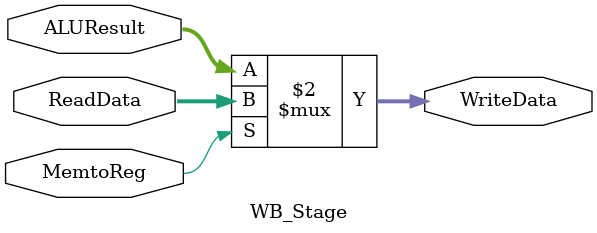
<source format=v>
module WB_Stage (
    input wire [31:0] ALUResult,
    input wire [31:0] ReadData,
    input wire MemtoReg,
    output reg [31:0] WriteData
);
    always @(*) begin
        WriteData = MemtoReg ? ReadData : ALUResult;
    end
endmodule
</source>
